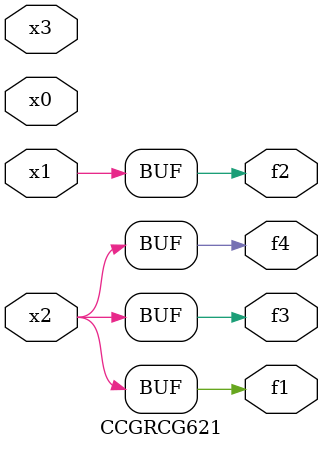
<source format=v>
module CCGRCG621(
	input x0, x1, x2, x3,
	output f1, f2, f3, f4
);
	assign f1 = x2;
	assign f2 = x1;
	assign f3 = x2;
	assign f4 = x2;
endmodule

</source>
